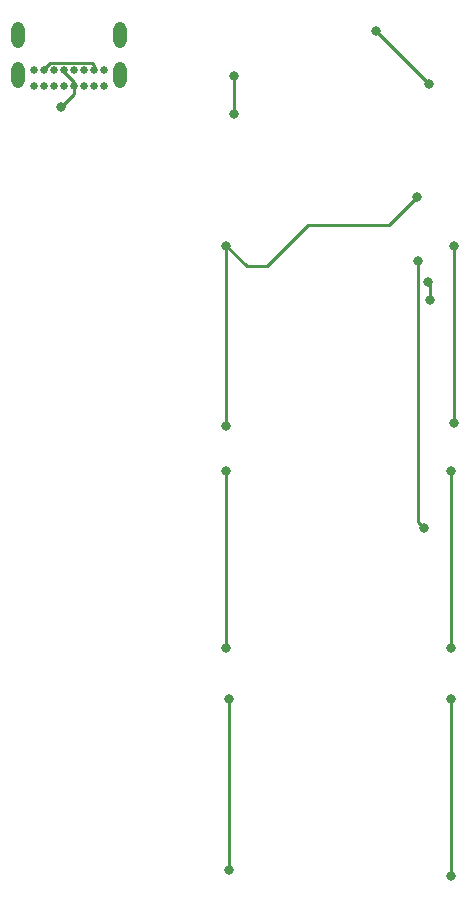
<source format=gbr>
%TF.GenerationSoftware,KiCad,Pcbnew,(5.1.10)-1*%
%TF.CreationDate,2021-10-04T19:32:16-04:00*%
%TF.ProjectId,macropad,6d616372-6f70-4616-942e-6b696361645f,rev?*%
%TF.SameCoordinates,Original*%
%TF.FileFunction,Copper,L1,Top*%
%TF.FilePolarity,Positive*%
%FSLAX46Y46*%
G04 Gerber Fmt 4.6, Leading zero omitted, Abs format (unit mm)*
G04 Created by KiCad (PCBNEW (5.1.10)-1) date 2021-10-04 19:32:16*
%MOMM*%
%LPD*%
G01*
G04 APERTURE LIST*
%TA.AperFunction,ComponentPad*%
%ADD10C,0.650000*%
%TD*%
%TA.AperFunction,ComponentPad*%
%ADD11O,1.108000X2.216000*%
%TD*%
%TA.AperFunction,ViaPad*%
%ADD12C,0.800000*%
%TD*%
%TA.AperFunction,Conductor*%
%ADD13C,0.250000*%
%TD*%
G04 APERTURE END LIST*
D10*
%TO.P,J1,A1*%
%TO.N,GND*%
X141405000Y-63715000D03*
%TO.P,J1,A4*%
%TO.N,VCC*%
X140555000Y-63715000D03*
%TO.P,J1,A5*%
%TO.N,/CC1*%
X139705000Y-63715000D03*
%TO.P,J1,A6*%
%TO.N,/D+*%
X138855000Y-63715000D03*
%TO.P,J1,A7*%
%TO.N,/D-*%
X138005000Y-63715000D03*
%TO.P,J1,A8*%
%TO.N,Net-(J1-PadA8)*%
X137155000Y-63715000D03*
%TO.P,J1,A9*%
%TO.N,VCC*%
X136305000Y-63715000D03*
%TO.P,J1,A12*%
%TO.N,GND*%
X135455000Y-63715000D03*
%TO.P,J1,B1*%
X135455000Y-62365000D03*
%TO.P,J1,B4*%
%TO.N,VCC*%
X136305000Y-62365000D03*
%TO.P,J1,B5*%
%TO.N,/CC2*%
X137155000Y-62365000D03*
%TO.P,J1,B6*%
%TO.N,/D+*%
X138005000Y-62365000D03*
%TO.P,J1,B7*%
%TO.N,/D-*%
X138855000Y-62365000D03*
%TO.P,J1,B8*%
%TO.N,Net-(J1-PadB8)*%
X139705000Y-62365000D03*
%TO.P,J1,B9*%
%TO.N,VCC*%
X140555000Y-62365000D03*
%TO.P,J1,B12*%
%TO.N,GND*%
X141405000Y-62365000D03*
D11*
%TO.P,J1,P1*%
X142755000Y-62735000D03*
%TO.P,J1,P2*%
X134105000Y-62735000D03*
%TO.P,J1,P3*%
X134105000Y-59355000D03*
%TO.P,J1,P4*%
X142755000Y-59355000D03*
%TD*%
D12*
%TO.N,/row1*%
X169037000Y-81788000D03*
X168829001Y-80264000D03*
%TO.N,/row2*%
X168519999Y-101101001D03*
X168021000Y-78486000D03*
%TO.N,/D+*%
X137758947Y-65441053D03*
%TO.N,/col0*%
X170815000Y-130556000D03*
X170815000Y-115570000D03*
X170815000Y-111252000D03*
X170815000Y-96266000D03*
X171069000Y-92202000D03*
X171069000Y-77216000D03*
%TO.N,/col1*%
X152019000Y-130048000D03*
X152019000Y-115570000D03*
X151765000Y-111252000D03*
X151765000Y-96266000D03*
X151765000Y-92456000D03*
X151765000Y-77216000D03*
X167950436Y-73081436D03*
%TO.N,GND*%
X168910000Y-63500000D03*
X164465000Y-59055000D03*
X152400000Y-66040000D03*
X152400000Y-62865000D03*
%TD*%
D13*
%TO.N,VCC*%
X136305000Y-62252998D02*
X136305000Y-62365000D01*
X140555000Y-62365000D02*
X140555000Y-61905381D01*
X140555000Y-61905381D02*
X140364618Y-61714999D01*
X136842999Y-61714999D02*
X136305000Y-62252998D01*
X140364618Y-61714999D02*
X136842999Y-61714999D01*
%TO.N,/row1*%
X169037000Y-80471999D02*
X168829001Y-80264000D01*
X169037000Y-81788000D02*
X169037000Y-80471999D01*
%TO.N,/row2*%
X168021000Y-100602002D02*
X168021000Y-78486000D01*
X168519999Y-101101001D02*
X168021000Y-100602002D01*
%TO.N,/D+*%
X138855000Y-64345000D02*
X138855000Y-63715000D01*
X137758947Y-65441053D02*
X138855000Y-64345000D01*
X138005000Y-62477002D02*
X138005000Y-62365000D01*
X138855000Y-63327002D02*
X138005000Y-62477002D01*
X138855000Y-63715000D02*
X138855000Y-63327002D01*
%TO.N,/col0*%
X170815000Y-130556000D02*
X170815000Y-115570000D01*
X170815000Y-111252000D02*
X170815000Y-96266000D01*
X171069000Y-92202000D02*
X171069000Y-77216000D01*
%TO.N,/col1*%
X152019000Y-130048000D02*
X152019000Y-115570000D01*
X151765000Y-111252000D02*
X151765000Y-96266000D01*
X151765000Y-92456000D02*
X151765000Y-77216000D01*
X165563273Y-75468599D02*
X167950436Y-73081436D01*
X158681735Y-75468599D02*
X165563273Y-75468599D01*
X155186933Y-78963401D02*
X158681735Y-75468599D01*
X153512401Y-78963401D02*
X155186933Y-78963401D01*
X151765000Y-77216000D02*
X153512401Y-78963401D01*
%TO.N,GND*%
X168910000Y-63500000D02*
X164465000Y-59055000D01*
X152400000Y-66040000D02*
X152400000Y-62865000D01*
%TD*%
M02*

</source>
